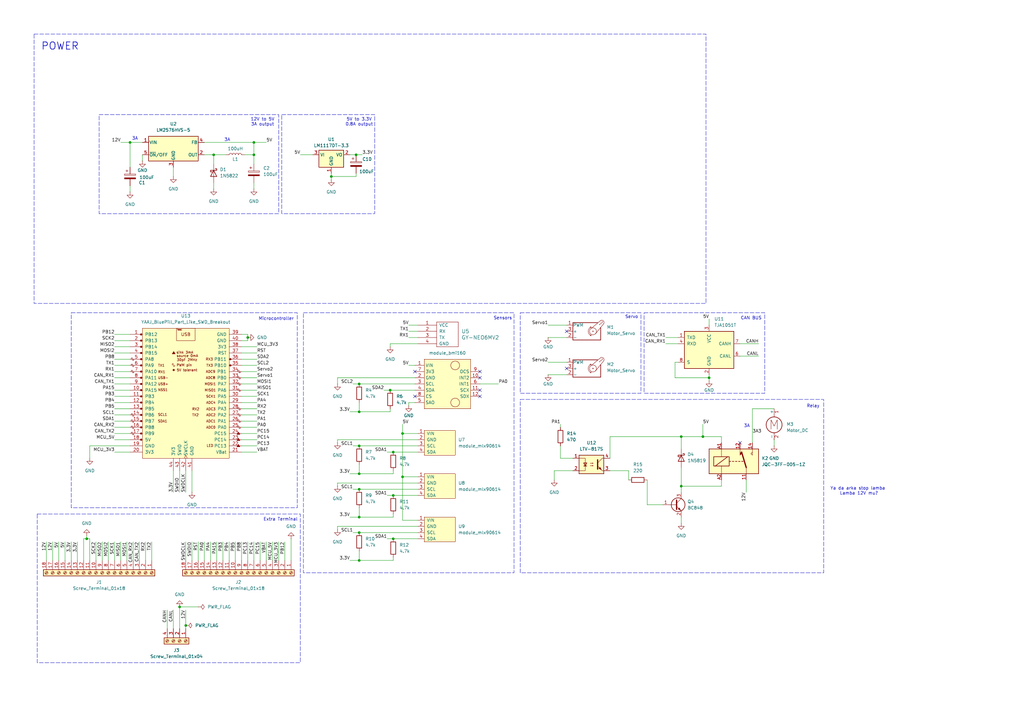
<source format=kicad_sch>
(kicad_sch (version 20250114) (generator "eeschema") (generator_version "9.0")
  (paper "A3")
  (lib_symbols
    (symbol "Adem:GY-NEO6MV2" (pin_names (offset 1.016))
      (property "Reference" "U" (at 0 -6.35 0))
      (property "Value" "GY-NEO6MV2" (at -3.81 6.35 0))
      (symbol "GY-NEO6MV2_1_1"
        (pin power_in line (at -12.7 3.81 0) (length 7.62) (name "VCC") (number "1"))
        (pin input line (at -12.7 1.27 0) (length 7.62) (name "RX") (number "2"))
        (pin output line (at -12.7 -1.27 0) (length 7.62) (name "TX") (number "3"))
        (pin power_in line (at -12.7 -3.81 0) (length 7.62) (name "GND") (number "4"))
      )
    )
    (symbol "Connector:Screw_Terminal_01x04" (pin_names (offset 1.016) (hide yes))
      (property "Reference" "J" (at 0 5.08 0))
      (property "Value" "Screw_Terminal_01x04" (at 0 -7.62 0))
      (symbol "Screw_Terminal_01x04_1_1"
        (pin passive line (at -5.08 2.54 0) (length 3.81) (name "Pin_1") (number "1"))
        (pin passive line (at -5.08 0 0) (length 3.81) (name "Pin_2") (number "2"))
        (pin passive line (at -5.08 -2.54 0) (length 3.81) (name "Pin_3") (number "3"))
        (pin passive line (at -5.08 -5.08 0) (length 3.81) (name "Pin_4") (number "4"))
      )
    )
    (symbol "Connector:Screw_Terminal_01x18" (pin_names (offset 1.016) (hide yes))
      (property "Reference" "J" (at 0 22.86 0))
      (property "Value" "Screw_Terminal_01x18" (at 0 -25.4 0))
      (symbol "Screw_Terminal_01x18_1_1"
        (pin passive line (at -5.08 20.32 0) (length 3.81) (name "Pin_1") (number "1"))
        (pin passive line (at -5.08 17.78 0) (length 3.81) (name "Pin_2") (number "2"))
        (pin passive line (at -5.08 15.24 0) (length 3.81) (name "Pin_3") (number "3"))
        (pin passive line (at -5.08 12.7 0) (length 3.81) (name "Pin_4") (number "4"))
        (pin passive line (at -5.08 10.16 0) (length 3.81) (name "Pin_5") (number "5"))
        (pin passive line (at -5.08 7.62 0) (length 3.81) (name "Pin_6") (number "6"))
        (pin passive line (at -5.08 5.08 0) (length 3.81) (name "Pin_7") (number "7"))
        (pin passive line (at -5.08 2.54 0) (length 3.81) (name "Pin_8") (number "8"))
        (pin passive line (at -5.08 0 0) (length 3.81) (name "Pin_9") (number "9"))
        (pin passive line (at -5.08 -2.54 0) (length 3.81) (name "Pin_10") (number "10"))
        (pin passive line (at -5.08 -5.08 0) (length 3.81) (name "Pin_11") (number "11"))
        (pin passive line (at -5.08 -7.62 0) (length 3.81) (name "Pin_12") (number "12"))
        (pin passive line (at -5.08 -10.16 0) (length 3.81) (name "Pin_13") (number "13"))
        (pin passive line (at -5.08 -12.7 0) (length 3.81) (name "Pin_14") (number "14"))
        (pin passive line (at -5.08 -15.24 0) (length 3.81) (name "Pin_15") (number "15"))
        (pin passive line (at -5.08 -17.78 0) (length 3.81) (name "Pin_16") (number "16"))
        (pin passive line (at -5.08 -20.32 0) (length 3.81) (name "Pin_17") (number "17"))
        (pin passive line (at -5.08 -22.86 0) (length 3.81) (name "Pin_18") (number "18"))
      )
    )
    (symbol "Device:C_Polarized" (pin_numbers (hide yes)) (pin_names (offset 0.254))
      (property "Reference" "C" (at 0.635 2.54 0))
      (property "Value" "C_Polarized" (at 0.635 -2.54 0))
      (symbol "C_Polarized_1_1"
        (pin passive line (at 0 3.81 270) (length 2.794) (name "~") (number "1"))
        (pin passive line (at 0 -3.81 90) (length 2.794) (name "~") (number "2"))
      )
    )
    (symbol "Device:L" (pin_numbers (hide yes)) (pin_names (offset 1.016) (hide yes))
      (property "Reference" "L" (at -1.27 0 90))
      (property "Value" "L" (at 1.905 0 90))
      (symbol "L_1_1"
        (pin passive line (at 0 3.81 270) (length 1.27) (name "1") (number "1"))
        (pin passive line (at 0 -3.81 90) (length 1.27) (name "2") (number "2"))
      )
    )
    (symbol "Device:R" (pin_numbers (hide yes)) (pin_names (offset 0))
      (property "Reference" "R" (at 2.032 0 90))
      (property "Value" "R" (at 0 0 90))
      (symbol "R_1_1"
        (pin passive line (at 0 3.81 270) (length 1.27) (name "~") (number "1"))
        (pin passive line (at 0 -3.81 90) (length 1.27) (name "~") (number "2"))
      )
    )
    (symbol "Diode:1N5819" (pin_numbers (hide yes)) (pin_names (offset 1.016) (hide yes))
      (property "Reference" "D" (at 0 2.54 0))
      (property "Value" "1N5819" (at 0 -2.54 0))
      (symbol "1N5819_1_1"
        (pin passive line (at -3.81 0 0) (length 2.54) (name "K") (number "1"))
        (pin passive line (at 3.81 0 180) (length 2.54) (name "A") (number "2"))
      )
    )
    (symbol "Diode:1N5822" (pin_numbers (hide yes)) (pin_names (offset 1.016) (hide yes))
      (property "Reference" "D" (at 0 2.54 0))
      (property "Value" "1N5822" (at 0 -2.54 0))
      (symbol "1N5822_1_1"
        (pin passive line (at -3.81 0 0) (length 2.54) (name "K") (number "1"))
        (pin passive line (at 3.81 0 180) (length 2.54) (name "A") (number "2"))
      )
    )
    (symbol "Interface_CAN_LIN:TJA1051T" (pin_names (offset 1.016))
      (property "Reference" "U" (at -10.16 8.89 0))
      (property "Value" "TJA1051T" (at 1.27 8.89 0))
      (symbol "TJA1051T_1_1"
        (pin input line (at -12.7 5.08 0) (length 2.54) (name "TXD") (number "1"))
        (pin output line (at -12.7 2.54 0) (length 2.54) (name "RXD") (number "4"))
        (pin input line (at -12.7 -5.08 0) (length 2.54) (name "S") (number "8"))
        (pin no_connect line (at -10.16 -2.54 0) (length 2.54) (hide yes) (name "NC") (number "5"))
        (pin power_in line (at 0 10.16 270) (length 2.54) (name "VCC") (number "3"))
        (pin power_in line (at 0 -10.16 90) (length 2.54) (name "GND") (number "2"))
        (pin bidirectional line (at 12.7 2.54 180) (length 2.54) (name "CANH") (number "7"))
        (pin bidirectional line (at 12.7 -2.54 180) (length 2.54) (name "CANL") (number "6"))
      )
    )
    (symbol "Isolator:LTV-817S" (pin_names (offset 1.016))
      (property "Reference" "U" (at -3.81 5.08 0))
      (property "Value" "LTV-817S" (at 0 -5.08 0))
      (symbol "LTV-817S_1_1"
        (pin passive line (at -7.62 2.54 0) (length 2.54) (name "~") (number "1"))
        (pin passive line (at -7.62 -2.54 0) (length 2.54) (name "~") (number "2"))
        (pin passive line (at 7.62 2.54 180) (length 2.54) (name "~") (number "4"))
        (pin passive line (at 7.62 -2.54 180) (length 2.54) (name "~") (number "3"))
      )
    )
    (symbol "Motor:Motor_DC" (pin_names (offset 0))
      (property "Reference" "M" (at 2.54 2.54 0))
      (property "Value" "Motor_DC" (at 2.54 -5.08 0))
      (symbol "Motor_DC_1_1"
        (pin passive line (at 0 5.08 270) (length 2.54) (name "+") (number "1"))
        (pin passive line (at 0 -7.62 90) (length 2.54) (name "-") (number "2"))
      )
    )
    (symbol "Motor:Motor_Servo" (pin_names (offset 0.0254))
      (property "Reference" "M" (at -5.08 4.445 0))
      (property "Value" "Motor_Servo" (at -5.08 -4.064 0))
      (symbol "Motor_Servo_1_1"
        (pin passive line (at -7.62 2.54 0) (length 2.54) (name "PWM") (number "1"))
        (pin passive line (at -7.62 0 0) (length 2.54) (name "+") (number "3"))
        (pin passive line (at -7.62 -2.54 0) (length 2.54) (name "-") (number "2"))
      )
    )
    (symbol "Motor_Servo_1" (pin_names (offset 0.0254))
      (property "Reference" "M" (at -5.08 4.445 0))
      (property "Value" "Motor_Servo" (at -5.08 -4.064 0))
      (symbol "Motor_Servo_1_1_1"
        (pin passive line (at -7.62 2.54 0) (length 2.54) (name "PWM") (number "1"))
        (pin passive line (at -7.62 0 0) (length 2.54) (name "+") (number "3"))
        (pin passive line (at -7.62 -2.54 0) (length 2.54) (name "-") (number "2"))
      )
    )
    (symbol "RacingSensors:module_bmi160"
      (property "Value" "module_bmi160" (at 2.032 10.414 0))
      (symbol "module_bmi160_1_1"
        (pin passive line (at -11.43 6.35 0) (length 3.81) (name "VIN") (number "1"))
        (pin passive line (at -11.43 3.81 0) (length 3.81) (name "3V3") (number "7"))
        (pin passive line (at -11.43 1.27 0) (length 3.81) (name "GND") (number "2"))
        (pin passive line (at -11.43 -1.27 0) (length 3.81) (name "SCL") (number "3"))
        (pin passive line (at -11.43 -3.81 0) (length 3.81) (name "SDA") (number "4"))
        (pin passive line (at -11.43 -6.35 0) (length 3.81) (name "CS") (number "8"))
        (pin passive line (at -11.43 -8.89 0) (length 3.81) (name "SAO") (number "5"))
        (pin passive line (at 15.24 3.81 180) (length 3.81) (name "OCS") (number "9"))
        (pin passive line (at 15.24 1.27 180) (length 3.81) (name "INT2") (number "10"))
        (pin passive line (at 15.24 -1.27 180) (length 3.81) (name "INT1") (number "6"))
        (pin passive line (at 15.24 -3.81 180) (length 3.81) (name "SCX") (number "11"))
        (pin passive line (at 15.24 -6.35 180) (length 3.81) (name "SDX") (number "12"))
      )
    )
    (symbol "RacingSensors:module_mlx90614" (pin_names (offset 1.016))
      (property "Reference" "U" (at 2.54 11.43 0))
      (property "Value" "module_mlx90614" (at 8.89 -1.27 0))
      (symbol "module_mlx90614_1_1"
        (pin input line (at 0 8.89 0) (length 2.54) (name "VIN") (number "1"))
        (pin input line (at 0 6.35 0) (length 2.54) (name "GND") (number "2"))
        (pin input line (at 0 3.81 0) (length 2.54) (name "SCL") (number "3"))
        (pin input line (at 0 1.27 0) (length 2.54) (name "SDA") (number "4"))
      )
    )
    (symbol "Regulator_Linear:LM1117DT-3.3"
      (property "Reference" "U" (at -3.81 3.175 0))
      (property "Value" "LM1117DT-3.3" (at 0 3.175 0))
      (symbol "LM1117DT-3.3_1_1"
        (pin power_in line (at -7.62 0 0) (length 2.54) (name "VI") (number "3"))
        (pin power_in line (at 0 -7.62 90) (length 2.54) (name "GND") (number "1"))
        (pin power_out line (at 7.62 0 180) (length 2.54) (name "VO") (number "2"))
      )
    )
    (symbol "Regulator_Switching:LM2576HVS-5" (pin_names (offset 0.254))
      (property "Reference" "U" (at -10.16 6.35 0))
      (property "Value" "LM2576HVS-5" (at 0 6.35 0))
      (symbol "LM2576HVS-5_1_1"
        (pin power_in line (at -12.7 2.54 0) (length 2.54) (name "VIN") (number "1"))
        (pin input line (at -12.7 -2.54 0) (length 2.54) (name "~{ON}/OFF") (number "5"))
        (pin power_in line (at 0 -7.62 90) (length 2.54) (name "GND") (number "3"))
        (pin input line (at 12.7 2.54 180) (length 2.54) (name "FB") (number "4"))
        (pin output line (at 12.7 -2.54 180) (length 2.54) (name "OUT") (number "2"))
      )
    )
    (symbol "Relay:JQC-3FF-005-1Z"
      (property "Reference" "K" (at 11.43 3.81 0))
      (property "Value" "JQC-3FF-005-1Z" (at 11.43 1.27 0))
      (symbol "JQC-3FF-005-1Z_1_1"
        (pin passive line (at -5.08 7.62 270) (length 2.54) (name "~") (number "A1"))
        (pin passive line (at -5.08 -7.62 90) (length 2.54) (name "~") (number "A2"))
        (pin passive line (at 2.54 7.62 270) (length 2.54) (name "~") (number "12"))
        (pin passive line (at 5.08 -7.62 90) (length 2.54) (name "~") (number "11"))
        (pin passive line (at 7.62 7.62 270) (length 2.54) (name "~") (number "14"))
      )
    )
    (symbol "Transistor_BJT:BC848" (pin_names (offset 0) (hide yes))
      (property "Reference" "Q" (at 5.08 1.905 0))
      (property "Value" "BC848" (at 5.08 0 0))
      (symbol "BC848_1_1"
        (pin input line (at -5.08 0 0) (length 2.54) (name "B") (number "1"))
        (pin passive line (at 2.54 5.08 270) (length 2.54) (name "C") (number "3"))
        (pin passive line (at 2.54 -5.08 90) (length 2.54) (name "E") (number "2"))
      )
    )
    (symbol "YAAJ_BluePill_Part_Like_SWD_Breakout:YAAJ_BluePill_Part_Like_SWD_Breakout" (pin_names (offset 1.016))
      (property "Reference" "U" (at -15.24 27.94 0))
      (property "Value" "YAAJ_BluePill_Part_Like_SWD_Breakout" (at 20.32 27.94 0))
      (symbol "YAAJ_BluePill_Part_Like_SWD_Breakout_0_0"
        (text "TX1" (at -10.033 10.16 0) (effects (font (size 0.9906 0.9906))))
        (text "RX1" (at -9.906 7.493 0) (effects (font (size 0.9906 0.9906))))
        (text "SCL1" (at -9.525 -10.033 0) (effects (font (size 0.9906 0.9906))))
        (text "SDA1" (at -9.525 -12.7 0) (effects (font (size 0.9906 0.9906))))
        (text "NSS1" (at -9.398 0.127 0) (effects (font (size 0.9906 0.9906))))
        (text "USB-" (at -9.271 5.08 0) (effects (font (size 0.9906 0.9906))))
        (text "USB+" (at -9.271 2.54 0) (effects (font (size 0.9906 0.9906))))
        (text "Y@@J" (at -2.5654 24.8412 0) (effects (font (size 0.508 0.508))))
        (text "PWM pin" (at -0.635 10.287 0) (effects (font (size 0.9906 0.9906))))
        (text "sink 3mA" (at -0.381 15.494 0) (effects (font (size 0.9906 0.9906))))
        (text "USB" (at 0 22.86 0) (effects (font (size 1.27 1.27))))
        (text "30pF 2MHz" (at 0.508 12.446 0) (effects (font (size 0.9906 0.9906))))
        (text "5V tolerant" (at 0.508 8.255 0) (effects (font (size 0.9906 0.9906))))
        (text "source 0mA" (at 0.635 14.097 0) (effects (font (size 0.9906 0.9906))))
        (text "TX2" (at 3.937 -10.16 0) (effects (font (size 0.9906 0.9906))))
        (text "RX2" (at 4.064 -7.747 0) (effects (font (size 0.9906 0.9906))))
        (text "RX3" (at 9.652 12.7 0) (effects (font (size 0.9906 0.9906))))
        (text "TX3" (at 9.779 10.16 0) (effects (font (size 0.9906 0.9906))))
        (text "LED" (at 9.906 -22.733 0) (effects (font (size 0.9906 0.9906))))
        (text "MOSI1" (at 10.033 2.54 0) (effects (font (size 0.9906 0.9906))))
        (text "MISO1" (at 10.033 0 0) (effects (font (size 0.9906 0.9906))))
        (text "ADC9" (at 10.16 7.62 0) (effects (font (size 0.9906 0.9906))))
        (text "ADC8" (at 10.16 5.08 0) (effects (font (size 0.9906 0.9906))))
        (text "SCK1" (at 10.287 -2.54 0) (effects (font (size 0.9906 0.9906))))
        (text "ADC4" (at 10.287 -5.08 0) (effects (font (size 0.9906 0.9906))))
        (text "ADC3" (at 10.287 -7.747 0) (effects (font (size 0.9906 0.9906))))
        (text "ADC2" (at 10.287 -10.16 0) (effects (font (size 0.9906 0.9906))))
        (text "ADC1" (at 10.287 -12.7 0) (effects (font (size 0.9906 0.9906))))
        (text "ADC0" (at 10.287 -15.24 0) (effects (font (size 0.9906 0.9906))))
      )
      (symbol "YAAJ_BluePill_Part_Like_SWD_Breakout_1_1"
        (pin bidirectional line (at -22.86 22.86 0) (length 5.08) (name "PB12") (number "1"))
        (pin bidirectional line (at -22.86 20.32 0) (length 5.08) (name "PB13") (number "2"))
        (pin bidirectional line (at -22.86 17.78 0) (length 5.08) (name "PB14") (number "3"))
        (pin bidirectional line (at -22.86 15.24 0) (length 5.08) (name "PB15") (number "4"))
        (pin bidirectional line (at -22.86 12.7 0) (length 5.08) (name "PA8") (number "5"))
        (pin bidirectional line (at -22.86 10.16 0) (length 5.08) (name "PA9") (number "6"))
        (pin bidirectional line (at -22.86 7.62 0) (length 5.08) (name "PA10") (number "7"))
        (pin bidirectional line (at -22.86 5.08 0) (length 5.08) (name "PA11") (number "8"))
        (pin bidirectional line (at -22.86 2.54 0) (length 5.08) (name "PA12") (number "9"))
        (pin bidirectional line (at -22.86 0 0) (length 5.08) (name "PA15") (number "10"))
        (pin bidirectional line (at -22.86 -2.54 0) (length 5.08) (name "PB3") (number "11"))
        (pin bidirectional line (at -22.86 -5.08 0) (length 5.08) (name "PB4") (number "12"))
        (pin bidirectional line (at -22.86 -7.62 0) (length 5.08) (name "PB5") (number "13"))
        (pin bidirectional line (at -22.86 -10.16 0) (length 5.08) (name "PB6") (number "14"))
        (pin bidirectional line (at -22.86 -12.7 0) (length 5.08) (name "PB7") (number "15"))
        (pin bidirectional line (at -22.86 -15.24 0) (length 5.08) (name "PB8") (number "16"))
        (pin bidirectional line (at -22.86 -17.78 0) (length 5.08) (name "PB9") (number "17"))
        (pin power_in line (at -22.86 -20.32 0) (length 5.08) (name "5V") (number "18"))
        (pin power_in line (at -22.86 -22.86 0) (length 5.08) (name "GND") (number "19"))
        (pin power_in line (at -22.86 -25.4 0) (length 5.08) (name "3V3") (number "20"))
        (pin power_in line (at -5.08 -33.02 90) (length 5.08) (name "3V3") (number "44"))
        (pin bidirectional line (at -2.54 -33.02 90) (length 5.08) (name "SWIO") (number "43"))
        (pin bidirectional clock (at 0 -33.02 90) (length 5.08) (name "SWCLK") (number "42"))
        (pin power_in line (at 2.54 -33.02 90) (length 5.08) (name "GND") (number "41"))
        (pin power_in line (at 22.86 22.86 180) (length 5.08) (name "GND") (number "39"))
        (pin power_in line (at 22.86 20.32 180) (length 5.08) (name "GND") (number "40"))
        (pin power_in line (at 22.86 17.78 180) (length 5.08) (name "3V3") (number "38"))
        (pin input line (at 22.86 15.24 180) (length 5.08) (name "RST") (number "37"))
        (pin bidirectional line (at 22.86 12.7 180) (length 5.08) (name "PB11") (number "36"))
        (pin bidirectional line (at 22.86 10.16 180) (length 5.08) (name "PB10") (number "35"))
        (pin bidirectional line (at 22.86 7.62 180) (length 5.08) (name "PB1") (number "34"))
        (pin bidirectional line (at 22.86 5.08 180) (length 5.08) (name "PB0") (number "33"))
        (pin bidirectional line (at 22.86 2.54 180) (length 5.08) (name "PA7") (number "32"))
        (pin bidirectional line (at 22.86 0 180) (length 5.08) (name "PA6") (number "31"))
        (pin bidirectional line (at 22.86 -2.54 180) (length 5.08) (name "PA5") (number "30"))
        (pin bidirectional line (at 22.86 -5.08 180) (length 5.08) (name "PA4") (number "29"))
        (pin bidirectional line (at 22.86 -7.62 180) (length 5.08) (name "PA3") (number "28"))
        (pin bidirectional line (at 22.86 -10.16 180) (length 5.08) (name "PA2") (number "27"))
        (pin bidirectional line (at 22.86 -12.7 180) (length 5.08) (name "PA1") (number "26"))
        (pin bidirectional line (at 22.86 -15.24 180) (length 5.08) (name "PA0") (number "25"))
        (pin bidirectional line (at 22.86 -17.78 180) (length 5.08) (name "PC15") (number "24"))
        (pin bidirectional line (at 22.86 -20.32 180) (length 5.08) (name "PC14") (number "23"))
        (pin bidirectional line (at 22.86 -22.86 180) (length 5.08) (name "PC13") (number "22"))
        (pin power_in line (at 22.86 -25.4 180) (length 5.08) (name "VBat") (number "21"))
      )
    )
    (symbol "power:GND" (power) (pin_numbers (hide yes)) (pin_names (offset 0) (hide yes))
      (property "Value" "GND" (at 0 -3.81 0))
      (symbol "GND_1_1"
        (pin power_in line (at 0 0 270) (length 0) (name "~") (number "1"))
      )
    )
    (symbol "power:PWR_FLAG" (power) (pin_numbers (hide yes)) (pin_names (offset 0) (hide yes))
      (property "Value" "PWR_FLAG" (at 0 3.81 0))
      (symbol "PWR_FLAG_0_0"
        (pin power_out line (at 0 0 90) (length 0) (name "~") (number "1"))
      )
    )
  )
  (rectangle (start 213.36 163.83) (end 337.82 234.95) (stroke (width 0) (type dash)))
  (rectangle (start 115.57 46.99) (end 153.67 87.63) (stroke (width 0) (type dash)))
  (rectangle (start 15.24 210.82) (end 123.19 271.78) (stroke (width 0) (type dash)))
  (rectangle (start 40.64 46.99) (end 114.3 87.63) (stroke (width 0) (type dash)))
  (rectangle (start 29.21 128.27) (end 121.92 208.28) (stroke (width 0) (type dash)))
  (rectangle (start 13.97 13.97) (end 289.56 124.46) (stroke (width 0) (type dash)))
  (rectangle (start 213.36 128.27) (end 262.89 161.29) (stroke (width 0) (type dash)))
  (rectangle (start 124.46 128.27) (end 210.82 234.95) (stroke (width 0) (type dash)))
  (rectangle (start 264.16 128.27) (end 313.69 161.29) (stroke (width 0) (type dash)))
  (text "3A\n" (at 93.218 57.404 0) (effects (font (size 1.27 1.27))))
  (text "3A\n" (at 306.324 174.752 0) (effects (font (size 1.27 1.27))))
  (text "3A\n" (at 55.372 56.896 0) (effects (font (size 1.27 1.27))))
  (text "Sensors" (at 206.248 130.556 0) (effects (font (size 1.27 1.27))))
  (text "5V to 3.3V\n0.8A output" (at 147.32 50.038 0) (effects (font (size 1.27 1.27))))
  (text "POWER" (at 24.638 19.05 0) (effects (font (size 3 3) (thickness 0.254) (bold yes))))
  (text "Ya da arka stop lamba \nLamba 12V mu?\n" (at 352.298 201.422 0) (effects (font (size 1.27 1.27))))
  (text "Servo" (at 259.08 130.048 0) (effects (font (size 1.27 1.27))))
  (text "Relay\n" (at 333.502 166.624 0) (effects (font (size 1.27 1.27))))
  (text "CAN BUS\n" (at 308.102 130.556 0) (effects (font (size 1.27 1.27))))
  (text "Extra Terminal" (at 115.062 213.106 0) (effects (font (size 1.27 1.27))))
  (text "12V to 5V\n3A output" (at 107.696 50.038 0) (effects (font (size 1.27 1.27))))
  (text "Microcontroller" (at 113.284 130.81 0) (effects (font (size 1.27 1.27))))
  (junction (at 76.2 256.54))
  (junction (at 147.32 218.44))
  (junction (at 104.14 58.42))
  (junction (at 35.56 220.98))
  (junction (at 161.29 203.2))
  (junction (at 147.32 157.48))
  (junction (at 147.32 168.91))
  (junction (at 165.1 177.8))
  (junction (at 161.29 185.42))
  (junction (at 53.34 58.42))
  (junction (at 101.6 138.43))
  (junction (at 73.66 248.92))
  (junction (at 146.05 63.5))
  (junction (at 279.4 199.39))
  (junction (at 87.63 63.5))
  (junction (at 290.83 154.94))
  (junction (at 165.1 195.58))
  (junction (at 147.32 194.31))
  (junction (at 147.32 200.66))
  (junction (at 147.32 212.09))
  (junction (at 147.32 182.88))
  (junction (at 160.02 160.02))
  (junction (at 104.14 63.5))
  (junction (at 161.29 220.98))
  (junction (at 147.32 229.87))
  (junction (at 135.89 72.39))
  (junction (at 279.4 179.07))
  (junction (at 288.29 179.07))
  (no_connect (at 196.85 160.02))
  (no_connect (at 232.41 151.13))
  (no_connect (at 170.18 162.56))
  (no_connect (at 196.85 152.4))
  (no_connect (at 196.85 162.56))
  (no_connect (at 303.53 181.61))
  (no_connect (at 232.41 135.89))
  (no_connect (at 170.18 152.4))
  (no_connect (at 196.85 154.94))
  (wire (pts (xy 87.63 67.31) (xy 87.63 63.5)))
  (wire (pts (xy 46.99 154.94) (xy 53.34 154.94)))
  (wire (pts (xy 46.99 162.56) (xy 53.34 162.56)))
  (wire (pts (xy 46.99 157.48) (xy 53.34 157.48)))
  (wire (pts (xy 147.32 200.66) (xy 171.45 200.66)))
  (wire (pts (xy 44.45 222.25) (xy 44.45 229.87)))
  (wire (pts (xy 57.15 222.25) (xy 57.15 229.87)))
  (wire (pts (xy 62.23 222.25) (xy 62.23 229.87)))
  (wire (pts (xy 119.38 220.98) (xy 119.38 229.87)))
  (wire (pts (xy 171.45 180.34) (xy 138.43 180.34)))
  (wire (pts (xy 46.99 172.72) (xy 53.34 172.72)))
  (wire (pts (xy 161.29 194.31) (xy 161.29 193.04)))
  (wire (pts (xy 99.06 177.8) (xy 105.41 177.8)))
  (wire (pts (xy 167.64 135.89) (xy 171.45 135.89)))
  (wire (pts (xy 73.66 248.92) (xy 73.66 257.81)))
  (wire (pts (xy 138.43 199.39) (xy 138.43 198.12)))
  (wire (pts (xy 279.4 184.15) (xy 279.4 179.07)))
  (wire (pts (xy 135.89 72.39) (xy 135.89 73.66)))
  (wire (pts (xy 161.29 212.09) (xy 161.29 210.82)))
  (wire (pts (xy 224.79 148.59) (xy 232.41 148.59)))
  (wire (pts (xy 167.64 165.1) (xy 167.64 166.37)))
  (wire (pts (xy 306.07 196.85) (xy 306.07 201.93)))
  (wire (pts (xy 290.83 154.94) (xy 290.83 156.21)))
  (wire (pts (xy 146.05 63.5) (xy 148.59 63.5)))
  (wire (pts (xy 81.28 248.92) (xy 73.66 248.92)))
  (wire (pts (xy 99.06 147.32) (xy 105.41 147.32)))
  (wire (pts (xy 147.32 212.09) (xy 161.29 212.09)))
  (wire (pts (xy 31.75 222.25) (xy 31.75 229.87)))
  (wire (pts (xy 227.33 193.04) (xy 227.33 196.85)))
  (wire (pts (xy 295.91 179.07) (xy 295.91 181.61)))
  (wire (pts (xy 250.19 179.07) (xy 279.4 179.07)))
  (wire (pts (xy 73.66 193.04) (xy 73.66 201.93)))
  (wire (pts (xy 104.14 74.93) (xy 104.14 77.47)))
  (wire (pts (xy 290.83 130.81) (xy 290.83 133.35)))
  (wire (pts (xy 39.37 222.25) (xy 39.37 229.87)))
  (wire (pts (xy 99.06 142.24) (xy 105.41 142.24)))
  (wire (pts (xy 161.29 203.2) (xy 171.45 203.2)))
  (wire (pts (xy 26.67 222.25) (xy 26.67 229.87)))
  (wire (pts (xy 276.86 154.94) (xy 290.83 154.94)))
  (wire (pts (xy 123.19 63.5) (xy 128.27 63.5)))
  (wire (pts (xy 147.32 229.87) (xy 161.29 229.87)))
  (wire (pts (xy 279.4 199.39) (xy 279.4 201.93)))
  (wire (pts (xy 104.14 63.5) (xy 104.14 67.31)))
  (wire (pts (xy 99.06 160.02) (xy 105.41 160.02)))
  (wire (pts (xy 138.43 154.94) (xy 138.43 157.48)))
  (wire (pts (xy 99.06 182.88) (xy 105.41 182.88)))
  (wire (pts (xy 229.87 182.88) (xy 229.87 187.96)))
  (wire (pts (xy 46.99 137.16) (xy 53.34 137.16)))
  (wire (pts (xy 278.13 148.59) (xy 276.86 148.59)))
  (wire (pts (xy 76.2 256.54) (xy 76.2 257.81)))
  (wire (pts (xy 58.42 63.5) (xy 58.42 66.04)))
  (wire (pts (xy 158.75 185.42) (xy 161.29 185.42)))
  (wire (pts (xy 24.13 222.25) (xy 24.13 229.87)))
  (wire (pts (xy 147.32 190.5) (xy 147.32 194.31)))
  (wire (pts (xy 99.06 172.72) (xy 105.41 172.72)))
  (wire (pts (xy 158.75 203.2) (xy 161.29 203.2)))
  (wire (pts (xy 161.29 229.87) (xy 161.29 228.6)))
  (wire (pts (xy 303.53 140.97) (xy 311.15 140.97)))
  (wire (pts (xy 46.99 175.26) (xy 53.34 175.26)))
  (wire (pts (xy 101.6 139.7) (xy 99.06 139.7)))
  (wire (pts (xy 54.61 222.25) (xy 54.61 229.87)))
  (wire (pts (xy 53.34 58.42) (xy 58.42 58.42)))
  (wire (pts (xy 87.63 74.93) (xy 87.63 77.47)))
  (wire (pts (xy 224.79 138.43) (xy 232.41 138.43)))
  (wire (pts (xy 87.63 63.5) (xy 83.82 63.5)))
  (wire (pts (xy 46.99 139.7) (xy 53.34 139.7)))
  (wire (pts (xy 143.51 229.87) (xy 147.32 229.87)))
  (wire (pts (xy 99.06 137.16) (xy 101.6 137.16)))
  (wire (pts (xy 71.12 193.04) (xy 71.12 201.93)))
  (wire (pts (xy 99.06 167.64) (xy 105.41 167.64)))
  (wire (pts (xy 147.32 194.31) (xy 161.29 194.31)))
  (wire (pts (xy 167.64 133.35) (xy 171.45 133.35)))
  (wire (pts (xy 165.1 195.58) (xy 165.1 177.8)))
  (wire (pts (xy 78.74 222.25) (xy 78.74 229.87)))
  (wire (pts (xy 167.64 138.43) (xy 171.45 138.43)))
  (wire (pts (xy 46.99 149.86) (xy 53.34 149.86)))
  (wire (pts (xy 83.82 58.42) (xy 104.14 58.42)))
  (wire (pts (xy 46.99 170.18) (xy 53.34 170.18)))
  (wire (pts (xy 99.06 157.48) (xy 105.41 157.48)))
  (wire (pts (xy 76.2 193.04) (xy 76.2 201.93)))
  (wire (pts (xy 257.81 193.04) (xy 257.81 196.85)))
  (wire (pts (xy 87.63 63.5) (xy 92.71 63.5)))
  (wire (pts (xy 49.53 222.25) (xy 49.53 229.87)))
  (wire (pts (xy 99.06 162.56) (xy 105.41 162.56)))
  (wire (pts (xy 143.51 212.09) (xy 147.32 212.09)))
  (wire (pts (xy 46.99 222.25) (xy 46.99 229.87)))
  (wire (pts (xy 35.56 220.98) (xy 35.56 219.71)))
  (wire (pts (xy 229.87 173.99) (xy 229.87 175.26)))
  (wire (pts (xy 265.43 196.85) (xy 265.43 207.01)))
  (wire (pts (xy 52.07 222.25) (xy 52.07 229.87)))
  (wire (pts (xy 279.4 199.39) (xy 295.91 199.39)))
  (wire (pts (xy 101.6 137.16) (xy 101.6 138.43)))
  (wire (pts (xy 46.99 180.34) (xy 53.34 180.34)))
  (wire (pts (xy 138.43 215.9) (xy 138.43 217.17)))
  (wire (pts (xy 81.28 222.25) (xy 81.28 229.87)))
  (wire (pts (xy 99.06 154.94) (xy 105.41 154.94)))
  (wire (pts (xy 147.32 157.48) (xy 170.18 157.48)))
  (wire (pts (xy 109.22 222.25) (xy 109.22 229.87)))
  (wire (pts (xy 114.3 222.25) (xy 114.3 229.87)))
  (wire (pts (xy 224.79 153.67) (xy 232.41 153.67)))
  (wire (pts (xy 19.05 222.25) (xy 19.05 229.87)))
  (wire (pts (xy 273.05 140.97) (xy 278.13 140.97)))
  (wire (pts (xy 147.32 208.28) (xy 147.32 212.09)))
  (wire (pts (xy 160.02 160.02) (xy 170.18 160.02)))
  (wire (pts (xy 46.99 142.24) (xy 53.34 142.24)))
  (wire (pts (xy 46.99 185.42) (xy 53.34 185.42)))
  (wire (pts (xy 250.19 193.04) (xy 257.81 193.04)))
  (wire (pts (xy 36.83 220.98) (xy 36.83 229.87)))
  (wire (pts (xy 99.06 222.25) (xy 99.06 229.87)))
  (wire (pts (xy 53.34 68.58) (xy 53.34 58.42)))
  (wire (pts (xy 104.14 58.42) (xy 104.14 63.5)))
  (wire (pts (xy 111.76 222.25) (xy 111.76 229.87)))
  (wire (pts (xy 143.51 194.31) (xy 147.32 194.31)))
  (wire (pts (xy 104.14 58.42) (xy 109.22 58.42)))
  (wire (pts (xy 279.4 179.07) (xy 288.29 179.07)))
  (wire (pts (xy 116.84 222.25) (xy 116.84 229.87)))
  (wire (pts (xy 144.78 200.66) (xy 147.32 200.66)))
  (wire (pts (xy 288.29 179.07) (xy 295.91 179.07)))
  (wire (pts (xy 106.68 222.25) (xy 106.68 229.87)))
  (wire (pts (xy 147.32 168.91) (xy 160.02 168.91)))
  (wire (pts (xy 167.64 165.1) (xy 170.18 165.1)))
  (wire (pts (xy 135.89 71.12) (xy 135.89 72.39)))
  (wire (pts (xy 46.99 147.32) (xy 53.34 147.32)))
  (wire (pts (xy 143.51 63.5) (xy 146.05 63.5)))
  (wire (pts (xy 171.45 140.97) (xy 160.02 140.97)))
  (wire (pts (xy 46.99 165.1) (xy 53.34 165.1)))
  (wire (pts (xy 105.41 185.42) (xy 99.06 185.42)))
  (wire (pts (xy 91.44 222.25) (xy 91.44 229.87)))
  (wire (pts (xy 99.06 144.78) (xy 105.41 144.78)))
  (wire (pts (xy 86.36 222.25) (xy 86.36 229.87)))
  (wire (pts (xy 143.51 168.91) (xy 147.32 168.91)))
  (wire (pts (xy 276.86 148.59) (xy 276.86 154.94)))
  (wire (pts (xy 303.53 146.05) (xy 311.15 146.05)))
  (wire (pts (xy 96.52 222.25) (xy 96.52 229.87)))
  (wire (pts (xy 49.53 58.42) (xy 53.34 58.42)))
  (wire (pts (xy 46.99 144.78) (xy 53.34 144.78)))
  (wire (pts (xy 71.12 250.19) (xy 71.12 257.81)))
  (wire (pts (xy 99.06 149.86) (xy 105.41 149.86)))
  (wire (pts (xy 295.91 196.85) (xy 295.91 199.39)))
  (wire (pts (xy 229.87 187.96) (xy 234.95 187.96)))
  (wire (pts (xy 290.83 153.67) (xy 290.83 154.94)))
  (wire (pts (xy 101.6 222.25) (xy 101.6 229.87)))
  (wire (pts (xy 171.45 195.58) (xy 165.1 195.58)))
  (wire (pts (xy 167.64 149.86) (xy 170.18 149.86)))
  (wire (pts (xy 34.29 220.98) (xy 35.56 220.98)))
  (wire (pts (xy 99.06 170.18) (xy 105.41 170.18)))
  (wire (pts (xy 171.45 213.36) (xy 165.1 213.36)))
  (wire (pts (xy 279.4 191.77) (xy 279.4 199.39)))
  (wire (pts (xy 93.98 222.25) (xy 93.98 229.87)))
  (wire (pts (xy 157.48 160.02) (xy 160.02 160.02)))
  (wire (pts (xy 41.91 222.25) (xy 41.91 229.87)))
  (wire (pts (xy 53.34 78.74) (xy 53.34 76.2)))
  (wire (pts (xy 288.29 173.99) (xy 288.29 179.07)))
  (wire (pts (xy 99.06 180.34) (xy 105.41 180.34)))
  (wire (pts (xy 224.79 133.35) (xy 232.41 133.35)))
  (wire (pts (xy 21.59 222.25) (xy 21.59 229.87)))
  (wire (pts (xy 101.6 138.43) (xy 101.6 139.7)))
  (wire (pts (xy 83.82 222.25) (xy 83.82 229.87)))
  (wire (pts (xy 147.32 226.06) (xy 147.32 229.87)))
  (wire (pts (xy 161.29 185.42) (xy 171.45 185.42)))
  (wire (pts (xy 250.19 187.96) (xy 250.19 179.07)))
  (wire (pts (xy 99.06 152.4) (xy 105.41 152.4)))
  (wire (pts (xy 53.34 182.88) (xy 36.83 182.88)))
  (wire (pts (xy 144.78 182.88) (xy 147.32 182.88)))
  (wire (pts (xy 68.58 250.19) (xy 68.58 257.81)))
  (wire (pts (xy 165.1 173.99) (xy 165.1 177.8)))
  (wire (pts (xy 36.83 220.98) (xy 35.56 220.98)))
  (wire (pts (xy 317.5 182.88) (xy 317.5 180.34)))
  (wire (pts (xy 165.1 213.36) (xy 165.1 195.58)))
  (wire (pts (xy 279.4 212.09) (xy 279.4 214.63)))
  (wire (pts (xy 144.78 218.44) (xy 147.32 218.44)))
  (wire (pts (xy 46.99 160.02) (xy 53.34 160.02)))
  (wire (pts (xy 308.61 167.64) (xy 308.61 181.61)))
  (wire (pts (xy 36.83 182.88) (xy 36.83 187.96)))
  (wire (pts (xy 138.43 198.12) (xy 171.45 198.12)))
  (wire (pts (xy 138.43 180.34) (xy 138.43 181.61)))
  (wire (pts (xy 46.99 177.8) (xy 53.34 177.8)))
  (wire (pts (xy 100.33 63.5) (xy 104.14 63.5)))
  (wire (pts (xy 29.21 222.25) (xy 29.21 229.87)))
  (wire (pts (xy 99.06 175.26) (xy 105.41 175.26)))
  (wire (pts (xy 160.02 140.97) (xy 160.02 142.24)))
  (wire (pts (xy 135.89 72.39) (xy 146.05 72.39)))
  (wire (pts (xy 104.14 222.25) (xy 104.14 229.87)))
  (wire (pts (xy 76.2 222.25) (xy 76.2 229.87)))
  (wire (pts (xy 171.45 215.9) (xy 138.43 215.9)))
  (wire (pts (xy 147.32 165.1) (xy 147.32 168.91)))
  (wire (pts (xy 46.99 152.4) (xy 53.34 152.4)))
  (wire (pts (xy 158.75 220.98) (xy 161.29 220.98)))
  (wire (pts (xy 147.32 182.88) (xy 171.45 182.88)))
  (wire (pts (xy 76.2 250.19) (xy 76.2 256.54)))
  (wire (pts (xy 170.18 154.94) (xy 138.43 154.94)))
  (wire (pts (xy 234.95 193.04) (xy 227.33 193.04)))
  (wire (pts (xy 46.99 167.64) (xy 53.34 167.64)))
  (wire (pts (xy 147.32 218.44) (xy 171.45 218.44)))
  (wire (pts (xy 273.05 138.43) (xy 278.13 138.43)))
  (wire (pts (xy 71.12 68.58) (xy 71.12 72.39)))
  (wire (pts (xy 59.69 222.25) (xy 59.69 229.87)))
  (wire (pts (xy 317.5 167.64) (xy 308.61 167.64)))
  (wire (pts (xy 99.06 165.1) (xy 105.41 165.1)))
  (wire (pts (xy 146.05 71.12) (xy 146.05 72.39)))
  (wire (pts (xy 34.29 220.98) (xy 34.29 229.87)))
  (wire (pts (xy 265.43 207.01) (xy 271.78 207.01)))
  (wire (pts (xy 204.47 157.48) (xy 196.85 157.48)))
  (wire (pts (xy 78.74 193.04) (xy 78.74 201.93)))
  (wire (pts (xy 88.9 222.25) (xy 88.9 229.87)))
  (wire (pts (xy 144.78 157.48) (xy 147.32 157.48)))
  (wire (pts (xy 160.02 168.91) (xy 160.02 167.64)))
  (wire (pts (xy 161.29 220.98) (xy 171.45 220.98)))
  (wire (pts (xy 165.1 177.8) (xy 171.45 177.8)))
  (label "CAN_TX1" (at 46.99 157.48 180))
  (label "PC13" (at 105.41 182.88 0))
  (label "SDA1" (at 158.75 220.98 180))
  (label "SDA1" (at 158.75 185.42 180))
  (label "5V" (at 123.19 63.5 180))
  (label "RST" (at 105.41 144.78 0))
  (label "PA0" (at 204.47 157.48 0))
  (label "SCL1" (at 144.78 182.88 180))
  (label "CAN_RX1" (at 273.05 140.97 180))
  (label "CANH" (at 68.58 250.19 270))
  (label "PA1" (at 105.41 172.72 0))
  (label "Servo1" (at 224.79 133.35 180))
  (label "MCU_3V3" (at 46.99 185.42 180))
  (label "3.3V" (at 31.75 222.25 270))
  (label "PB8" (at 46.99 147.32 180))
  (label "PC15" (at 105.41 177.8 0))
  (label "CAN_TX1" (at 273.05 138.43 180))
  (label "TX1" (at 167.64 135.89 180))
  (label "5V" (at 167.64 149.86 180))
  (label "MCU_5V" (at 111.76 222.25 270))
  (label "PB4" (at 93.98 222.25 270))
  (label "5V" (at 288.29 173.99 0))
  (label "PA15" (at 88.9 222.25 270))
  (label "RX1" (at 46.99 152.4 180))
  (label "PA1" (at 229.87 173.99 180))
  (label "PB12" (at 46.99 137.16 180))
  (label "PC14" (at 105.41 180.34 0))
  (label "PA4" (at 105.41 165.1 0))
  (label "PC14" (at 104.14 222.25 270))
  (label "12V" (at 76.2 250.19 270))
  (label "CAN_RX2" (at 46.99 175.26 180))
  (label "5V" (at 290.83 130.81 180))
  (label "SCL1" (at 144.78 218.44 180))
  (label "CAN_TX2" (at 46.99 177.8 180))
  (label "PB3" (at 46.99 162.56 180))
  (label "PB4" (at 46.99 165.1 180))
  (label "SDA1" (at 158.75 203.2 180))
  (label "12V" (at 306.07 201.93 270))
  (label "MISO1" (at 105.41 160.02 0))
  (label "MOSI1" (at 52.07 222.25 270))
  (label "PB5" (at 46.99 167.64 180))
  (label "CANL" (at 71.12 250.19 270))
  (label "MCU_5V" (at 46.99 180.34 180))
  (label "PA0" (at 105.41 175.26 0))
  (label "MOSI2" (at 46.99 144.78 180))
  (label "SCL1" (at 46.99 170.18 180))
  (label "CAN_RX2" (at 54.61 222.25 270))
  (label "CANL" (at 311.15 146.05 180))
  (label "RX2" (at 59.69 222.25 270))
  (label "3.3V" (at 71.12 201.93 90))
  (label "SDA1" (at 46.99 172.72 180))
  (label "Servo2" (at 224.79 148.59 180))
  (label "SWDIO" (at 73.66 201.93 90))
  (label "PB5" (at 96.52 222.25 270))
  (label "MCU_3V3" (at 114.3 222.25 270))
  (label "CANH" (at 311.15 140.97 180))
  (label "SCL2" (at 144.78 157.48 180))
  (label "3.3V" (at 29.21 222.25 270))
  (label "RST" (at 81.28 222.25 270))
  (label "SCK1" (at 105.41 162.56 0))
  (label "MISO1" (at 49.53 222.25 270))
  (label "SWDIO" (at 78.74 222.25 270))
  (label "MOSI1" (at 105.41 157.48 0))
  (label "3.3V" (at 143.51 229.87 180))
  (label "MISO2" (at 41.91 222.25 270))
  (label "CAN_TX2" (at 57.15 222.25 270))
  (label "SDA2" (at 157.48 160.02 180))
  (label "SWDCLK" (at 76.2 201.93 90))
  (label "SWDCLK" (at 76.2 222.25 270))
  (label "3.3V" (at 143.51 212.09 180))
  (label "5V" (at 109.22 58.42 0))
  (label "PC13" (at 101.6 222.25 270))
  (label "PB8" (at 99.06 222.25 270))
  (label "3.3V" (at 143.51 168.91 180))
  (label "SDA2" (at 105.41 147.32 0))
  (label "TX2" (at 62.23 222.25 270))
  (label "PA0" (at 83.82 222.25 270))
  (label "SCK2" (at 39.37 222.25 270))
  (label "TX1" (at 46.99 149.86 180))
  (label "PB3" (at 91.44 222.25 270))
  (label "SCK1" (at 46.99 222.25 270))
  (label "MOSI2" (at 44.45 222.25 270))
  (label "CAN_RX1" (at 46.99 154.94 180))
  (label "MISO2" (at 46.99 142.24 180))
  (label "SCL2" (at 105.41 149.86 0))
  (label "12V" (at 21.59 222.25 270))
  (label "Servo2" (at 105.41 152.4 0))
  (label "RX2" (at 105.41 167.64 0))
  (label "PC15" (at 106.68 222.25 270))
  (label "5V" (at 167.64 133.35 180))
  (label "3.3V" (at 148.59 63.5 0))
  (label "SCK2" (at 46.99 139.7 180))
  (label "PA4" (at 86.36 222.25 270))
  (label "PA15" (at 46.99 160.02 180))
  (label "3A3" (at 308.61 177.8 0))
  (label "MCU_3V3" (at 105.41 142.24 0))
  (label "Servo1" (at 105.41 154.94 0))
  (label "VBAT" (at 109.22 222.25 270))
  (label "3.3V" (at 143.51 194.31 180))
  (label "12V" (at 19.05 222.25 270))
  (label "5V" (at 165.1 173.99 0))
  (label "VBAT" (at 105.41 185.42 0))
  (label "SCL1" (at 144.78 200.66 180))
  (label "TX2" (at 105.41 170.18 0))
  (label "5V" (at 26.67 222.25 270))
  (label "PB12" (at 116.84 222.25 270))
  (label "RX1" (at 167.64 138.43 180))
  (label "5V" (at 24.13 222.25 270))
  (label "12V" (at 49.53 58.42 180))
  (symbol (lib_id "power:GND") (at 224.79 153.67 0) (unit 1)
    (property "Reference" "#PWR026" (effects (hide yes)))
    (property "Value" "GND" (at 224.79 157.48 0))
    (property "Description" "Power symbol creates a global label with name \"GND\" , ground" (effects (hide yes)))
  )
  (symbol (lib_id "power:GND") (at 167.64 166.37 0) (unit 1)
    (property "Reference" "#PWR023" (effects (hide yes)))
    (property "Value" "GND" (at 167.64 170.434 0))
    (property "Description" "Power symbol creates a global label with name \"GND\" , ground" (effects (hide yes)))
  )
  (symbol (lib_id "Connector:Screw_Terminal_01x04") (at 73.66 262.89 270) (unit 1)
    (property "Reference" "J3" (at 72.39 266.7 90))
    (property "Value" "Screw_Terminal_01x04" (at 72.39 269.24 90))
    (property "Footprint" "Connector_PinHeader_2.54mm:PinHeader_1x04_P2.54mm_Vertical" (effects (hide yes)))
    (property "Description" "Generic screw terminal, single row, 01x04, script generated (kicad-library-utils/schlib/autogen/connector/)" (effects (hide yes)))
  )
  (symbol (lib_id "Device:R") (at 229.87 179.07 180) (unit 1)
    (property "Reference" "R14" (at 232.41 177.7999 0) (effects (justify right)))
    (property "Value" "470" (at 232.41 180.3399 0) (effects (justify right)))
    (property "Footprint" "Resistor_SMD:R_1206_3216Metric" (effects (hide yes)))
    (property "Description" "Resistor" (effects (hide yes)))
  )
  (symbol (lib_id "Device:C_Polarized") (at 104.14 71.12 0) (unit 1)
    (property "Reference" "C2" (at 107.95 68.9609 0) (effects (justify left)))
    (property "Value" "100uF" (at 107.95 71.5009 0) (effects (justify left)))
    (property "Footprint" "Capacitor_SMD:CP_Elec_8x10" (effects (hide yes)))
    (property "Description" "Polarized capacitor" (effects (hide yes)))
  )
  (symbol (lib_id "Device:L") (at 96.52 63.5 90) (unit 1)
    (property "Reference" "L1" (at 96.52 65.278 90))
    (property "Value" "100uH" (at 96.52 60.96 90))
    (property "Footprint" "Inductor_SMD:L_12x12mm_H8mm" (effects (hide yes)))
    (property "Description" "Inductor" (effects (hide yes)))
  )
  (symbol (lib_id "power:GND") (at 160.02 142.24 0) (unit 1)
    (property "Reference" "#PWR024" (effects (hide yes)))
    (property "Value" "GND" (at 160.02 147.32 0))
    (property "Description" "Power symbol creates a global label with name \"GND\" , ground" (effects (hide yes)))
  )
  (symbol (lib_id "RacingSensors:module_mlx90614") (at 171.45 186.69 0) (unit 1)
    (property "Reference" "U7" (at 187.96 180.3399 0) (effects (justify left)))
    (property "Value" "module_mlx90614" (at 187.96 182.8799 0) (effects (justify left)))
    (property "Footprint" "Connector_PinHeader_2.54mm:PinHeader_1x04_P2.54mm_Vertical" (effects (hide yes)))
  )
  (symbol (lib_id "power:GND") (at 58.42 66.04 0) (unit 1)
    (property "Reference" "#PWR05" (effects (hide yes)))
    (property "Value" "GND" (at 58.42 69.85 0))
    (property "Description" "Power symbol creates a global label with name \"GND\" , ground" (effects (hide yes)))
  )
  (symbol (lib_id "power:GND") (at 36.83 187.96 0) (unit 1)
    (property "Reference" "#PWR028" (effects (hide yes)))
    (property "Value" "GND" (at 36.83 193.04 0))
    (property "Description" "Power symbol creates a global label with name \"GND\" , ground" (effects (hide yes)))
  )
  (symbol (lib_id "Relay:JQC-3FF-005-1Z") (at 300.99 189.23 0) (unit 1)
    (property "Reference" "K2" (at 312.42 187.9599 0) (effects (justify left)))
    (property "Value" "JQC-3FF-005-1Z" (at 312.42 190.4999 0) (effects (justify left)))
    (property "Footprint" "Relay_THT:Relay_SPDT_Hongfa_JQC-3FF_0XX-1Z" (effects (hide yes)))
    (property "Datasheet" "https://www.digikey.com/htmldatasheets/production/2071105/0/0/1/JQC-3FF.pdf" (effects (hide yes)))
    (property "Description" "Subminiature High Power SPDT Relay, 5V Coil nom. 0.36W, 10A switching current, max 10A@277VAC/28VDC" (effects (hide yes)))
  )
  (symbol (lib_id "power:GND") (at 227.33 196.85 0) (unit 1)
    (property "Reference" "#PWR032" (effects (hide yes)))
    (property "Value" "GND" (at 227.33 201.93 0))
    (property "Description" "Power symbol creates a global label with name \"GND\" , ground" (effects (hide yes)))
  )
  (symbol (lib_id "Device:C_Polarized") (at 53.34 72.39 0) (unit 1)
    (property "Reference" "C1" (at 56.896 74.93 0) (effects (justify left)))
    (property "Value" "100uF" (at 57.15 72.7709 0) (effects (justify left)))
    (property "Footprint" "Capacitor_SMD:CP_Elec_8x10" (effects (hide yes)))
    (property "Description" "Polarized capacitor" (effects (hide yes)))
  )
  (symbol (lib_id "RacingSensors:module_mlx90614") (at 171.45 204.47 0) (unit 1)
    (property "Reference" "U8" (at 187.96 198.1199 0) (effects (justify left)))
    (property "Value" "module_mlx90614" (at 187.96 200.6599 0) (effects (justify left)))
    (property "Footprint" "Connector_PinHeader_2.54mm:PinHeader_1x04_P2.54mm_Vertical" (effects (hide yes)))
  )
  (symbol (lib_id "Regulator_Linear:LM1117DT-3.3") (at 135.89 63.5 0) (unit 1)
    (property "Reference" "U1" (at 135.89 57.15 0))
    (property "Value" "LM1117DT-3.3" (at 135.89 59.69 0))
    (property "Footprint" "Package_TO_SOT_SMD:TO-252-3_TabPin2" (effects (hide yes)))
    (property "Datasheet" "http://www.ti.com/lit/ds/symlink/lm1117.pdf" (effects (hide yes)))
    (property "Description" "800mA Low-Dropout Linear Regulator, 3.3V fixed output, TO-252" (effects (hide yes)))
  )
  (symbol (lib_id "power:GND") (at 73.66 248.92 180) (unit 1)
    (property "Reference" "#PWR010" (effects (hide yes)))
    (property "Value" "GND" (at 73.66 243.84 0))
    (property "Description" "Power symbol creates a global label with name \"GND\" , ground" (effects (hide yes)))
  )
  (symbol (lib_id "Adem:GY-NEO6MV2") (at 184.15 137.16 0) (unit 1)
    (property "Reference" "U5" (at 189.23 135.8899 0) (effects (font (size 1.524 1.524)) (justify left)))
    (property "Value" "GY-NEO6MV2" (at 189.23 138.4299 0) (effects (font (size 1.524 1.524)) (justify left)))
    (property "Footprint" "Connector_PinHeader_2.54mm:PinHeader_1x04_P2.54mm_Vertical" (effects (hide yes)))
  )
  (symbol (lib_id "power:GND") (at 138.43 217.17 0) (unit 1)
    (property "Reference" "#PWR021" (effects (hide yes)))
    (property "Value" "GND" (at 138.43 222.25 0))
    (property "Description" "Power symbol creates a global label with name \"GND\" , ground" (effects (hide yes)))
  )
  (symbol (lib_id "Transistor_BJT:BC848") (at 276.86 207.01 0) (unit 1)
    (property "Reference" "Q4" (at 281.94 205.7399 0) (effects (justify left)))
    (property "Value" "BC848" (at 281.94 208.2799 0) (effects (justify left)))
    (property "Footprint" "Package_TO_SOT_SMD:SOT-23" (effects (hide yes)))
    (property "Datasheet" "http://www.infineon.com/dgdl/Infineon-BC847SERIES_BC848SERIES_BC849SERIES_BC850SERIES-DS-v01_01-en.pdf?fileId=db3a304314dca389011541d4630a1657" (effects (hide yes)))
    (property "Description" "0.1A Ic, 30V Vce, NPN Transistor, SOT-23" (effects (hide yes)))
  )
  (symbol (lib_id "power:GND") (at 119.38 220.98 180) (unit 1)
    (property "Reference" "#PWR09" (effects (hide yes)))
    (property "Value" "GND" (at 119.38 215.9 0))
    (property "Description" "Power symbol creates a global label with name \"GND\" , ground" (effects (hide yes)))
  )
  (symbol (lib_id "power:GND") (at 101.6 138.43 90) (unit 1)
    (property "Reference" "#PWR034" (effects (hide yes)))
    (property "Value" "GND" (at 105.41 138.4299 90) (effects (justify right)))
    (property "Description" "Power symbol creates a global label with name \"GND\" , ground" (effects (hide yes)))
  )
  (symbol (lib_id "power:GND") (at 87.63 77.47 0) (unit 1)
    (property "Reference" "#PWR06" (effects (hide yes)))
    (property "Value" "GND" (at 87.63 82.55 0))
    (property "Description" "Power symbol creates a global label with name \"GND\" , ground" (effects (hide yes)))
  )
  (symbol (lib_id "Connector:Screw_Terminal_01x18") (at 99.06 234.95 270) (unit 1)
    (property "Reference" "J2" (at 97.79 238.76 90))
    (property "Value" "Screw_Terminal_01x18" (at 97.79 241.3 90))
    (property "Footprint" "Connector_PinHeader_2.54mm:PinHeader_1x18_P2.54mm_Vertical" (effects (hide yes)))
    (property "Description" "Generic screw terminal, single row, 01x18, script generated (kicad-library-utils/schlib/autogen/connector/)" (effects (hide yes)))
  )
  (symbol (lib_id "Device:R") (at 147.32 204.47 180) (unit 1)
    (property "Reference" "R9" (at 149.86 203.1999 0) (effects (justify right)))
    (property "Value" "4.7k" (at 149.86 205.7399 0) (effects (justify right)))
    (property "Footprint" "Resistor_SMD:R_1206_3216Metric" (effects (hide yes)))
    (property "Description" "Resistor" (effects (hide yes)))
  )
  (symbol (lib_id "power:GND") (at 78.74 201.93 0) (unit 1)
    (property "Reference" "#PWR027" (effects (hide yes)))
    (property "Value" "GND" (at 78.74 207.01 0))
    (property "Description" "Power symbol creates a global label with name \"GND\" , ground" (effects (hide yes)))
  )
  (symbol (lib_id "Device:R") (at 161.29 224.79 180) (unit 1)
    (property "Reference" "R12" (at 163.83 223.5199 0) (effects (justify right)))
    (property "Value" "4.7k" (at 163.83 226.0599 0) (effects (justify right)))
    (property "Footprint" "Resistor_SMD:R_1206_3216Metric" (effects (hide yes)))
    (property "Description" "Resistor" (effects (hide yes)))
  )
  (symbol (lib_id "power:GND") (at 71.12 72.39 0) (unit 1)
    (property "Reference" "#PWR04" (effects (hide yes)))
    (property "Value" "GND" (at 71.12 77.47 0))
    (property "Description" "Power symbol creates a global label with name \"GND\" , ground" (effects (hide yes)))
  )
  (symbol (lib_id "power:PWR_FLAG") (at 81.28 248.92 270) (unit 1)
    (property "Reference" "#FLG02" (effects (hide yes)))
    (property "Value" "PWR_FLAG" (at 85.09 248.9199 90) (effects (justify left)))
    (property "Description" "Special symbol for telling ERC where power comes from" (effects (hide yes)))
  )
  (symbol (lib_id "power:GND") (at 290.83 156.21 0) (unit 1)
    (property "Reference" "#PWR030" (effects (hide yes)))
    (property "Value" "GND" (at 290.83 160.02 0))
    (property "Description" "Power symbol creates a global label with name \"GND\" , ground" (effects (hide yes)))
  )
  (symbol (lib_id "power:PWR_FLAG") (at 76.2 256.54 270) (unit 1)
    (property "Reference" "#FLG01" (effects (hide yes)))
    (property "Value" "PWR_FLAG" (at 80.01 256.5399 90) (effects (justify left)))
    (property "Description" "Special symbol for telling ERC where power comes from" (effects (hide yes)))
  )
  (symbol (lib_id "power:GND") (at 135.89 73.66 0) (unit 1)
    (property "Reference" "#PWR08" (effects (hide yes)))
    (property "Value" "GND" (at 135.89 78.74 0))
    (property "Description" "Power symbol creates a global label with name \"GND\" , ground" (effects (hide yes)))
  )
  (symbol (lib_id "Motor:Motor_Servo") (at 240.03 151.13 0) (unit 1)
    (property "Reference" "M2" (at 248.92 149.4268 0) (effects (justify left)))
    (property "Value" "Motor_Servo" (at 248.92 151.9668 0) (effects (justify left)))
    (property "Footprint" "Connector_PinHeader_2.54mm:PinHeader_1x02_P2.54mm_Vertical" (effects (hide yes)))
    (property "Datasheet" "http://forums.parallax.com/uploads/attachments/46831/74481.png" (effects (hide yes)))
    (property "Description" "Servo Motor (Futaba, HiTec, JR connector)" (effects (hide yes)))
  )
  (symbol (lib_name "Motor_Servo_1") (lib_id "Motor:Motor_Servo") (at 240.03 135.89 0) (unit 1)
    (property "Reference" "M1" (at 248.92 134.1868 0) (effects (justify left)))
    (property "Value" "Motor_Servo" (at 248.92 136.7268 0) (effects (justify left)))
    (property "Footprint" "Connector_PinHeader_2.54mm:PinHeader_1x02_P2.54mm_Vertical" (effects (hide yes)))
    (property "Datasheet" "http://forums.parallax.com/uploads/attachments/46831/74481.png" (effects (hide yes)))
    (property "Description" "Servo Motor (Futaba, HiTec, JR connector)" (effects (hide yes)))
  )
  (symbol (lib_id "Device:R") (at 147.32 222.25 180) (unit 1)
    (property "Reference" "R10" (at 149.86 220.9799 0) (effects (justify right)))
    (property "Value" "4.7k" (at 149.86 223.5199 0) (effects (justify right)))
    (property "Footprint" "Resistor_SMD:R_1206_3216Metric" (effects (hide yes)))
    (property "Description" "Resistor" (effects (hide yes)))
  )
  (symbol (lib_id "Diode:1N5822") (at 87.63 71.12 270) (unit 1)
    (property "Reference" "D1" (at 90.17 69.5324 90) (effects (justify left)))
    (property "Value" "1N5822" (at 90.17 72.0724 90) (effects (justify left)))
    (property "Footprint" "Diode_THT:D_DO-201AD_P15.24mm_Horizontal" (effects (hide yes)))
    (property "Datasheet" "http://www.vishay.com/docs/88526/1n5820.pdf" (effects (hide yes)))
    (property "Description" "40V 3A Schottky Barrier Rectifier Diode, DO-201AD" (effects (hide yes)))
  )
  (symbol (lib_id "Regulator_Switching:LM2576HVS-5") (at 71.12 60.96 0) (unit 1)
    (property "Reference" "U2" (at 71.12 50.8 0))
    (property "Value" "LM2576HVS-5" (at 71.12 53.34 0))
    (property "Footprint" "Package_TO_SOT_SMD:TO-263-5_TabPin3" (effects (hide yes)))
    (property "Datasheet" "http://www.ti.com/lit/ds/symlink/lm2576.pdf" (effects (hide yes)))
    (property "Description" "5V 3A, SIMPLE SWITCHER® Step-Down Voltage Regulator, High Voltage Input, TO-263" (effects (hide yes)))
  )
  (symbol (lib_id "Device:R") (at 160.02 163.83 180) (unit 1)
    (property "Reference" "R6" (at 162.56 162.5599 0) (effects (justify right)))
    (property "Value" "4.7k" (at 162.56 165.0999 0) (effects (justify right)))
    (property "Footprint" "Resistor_SMD:R_1206_3216Metric" (effects (hide yes)))
    (property "Description" "Resistor" (effects (hide yes)))
  )
  (symbol (lib_id "power:GND") (at 138.43 199.39 0) (unit 1)
    (property "Reference" "#PWR020" (effects (hide yes)))
    (property "Value" "GND" (at 138.43 204.47 0))
    (property "Description" "Power symbol creates a global label with name \"GND\" , ground" (effects (hide yes)))
  )
  (symbol (lib_id "power:GND") (at 138.43 181.61 0) (unit 1)
    (property "Reference" "#PWR02" (effects (hide yes)))
    (property "Value" "GND" (at 138.43 186.69 0))
    (property "Description" "Power symbol creates a global label with name \"GND\" , ground" (effects (hide yes)))
  )
  (symbol (lib_id "power:GND") (at 104.14 77.47 0) (unit 1)
    (property "Reference" "#PWR07" (effects (hide yes)))
    (property "Value" "GND" (at 104.14 82.55 0))
    (property "Description" "Power symbol creates a global label with name \"GND\" , ground" (effects (hide yes)))
  )
  (symbol (lib_id "Interface_CAN_LIN:TJA1051T") (at 290.83 143.51 0) (unit 1)
    (property "Reference" "U11" (at 292.9733 130.81 0) (effects (justify left)))
    (property "Value" "TJA1051T" (at 292.9733 133.35 0) (effects (justify left)))
    (property "Footprint" "Package_SO:SOIC-8_3.9x4.9mm_P1.27mm" (effects (hide yes)))
    (property "Datasheet" "http://www.nxp.com/docs/en/data-sheet/TJA1051.pdf" (effects (hide yes)))
    (property "Description" "High-Speed CAN Transceiver, silent mode, SOIC-8" (effects (hide yes)))
  )
  (symbol (lib_id "power:GND") (at 279.4 214.63 0) (unit 1)
    (property "Reference" "#PWR033" (effects (hide yes)))
    (property "Value" "GND" (at 279.4 219.71 0))
    (property "Description" "Power symbol creates a global label with name \"GND\" , ground" (effects (hide yes)))
  )
  (symbol (lib_id "Isolator:LTV-817S") (at 242.57 190.5 0) (unit 1)
    (property "Reference" "U12" (at 242.57 181.61 0))
    (property "Value" "LTV-817S" (at 242.57 184.15 0))
    (property "Footprint" "Package_DIP:SMDIP-4_W9.53mm" (effects (hide yes)))
    (property "Datasheet" "http://www.us.liteon.com/downloads/LTV-817-827-847.PDF" (effects (hide yes)))
    (property "Description" "DC Optocoupler, Vce 35V, CTR 50%, SMDIP-4" (effects (hide yes)))
  )
  (symbol (lib_id "Device:R") (at 147.32 161.29 180) (unit 1)
    (property "Reference" "R4" (at 149.86 160.0199 0) (effects (justify right)))
    (property "Value" "4.7k" (at 149.86 162.5599 0) (effects (justify right)))
    (property "Footprint" "Resistor_SMD:R_1206_3216Metric" (effects (hide yes)))
    (property "Description" "Resistor" (effects (hide yes)))
  )
  (symbol (lib_id "Device:R") (at 161.29 189.23 180) (unit 1)
    (property "Reference" "R8" (at 163.83 187.9599 0) (effects (justify right)))
    (property "Value" "4.7k" (at 163.83 190.4999 0) (effects (justify right)))
    (property "Footprint" "Resistor_SMD:R_1206_3216Metric" (effects (hide yes)))
    (property "Description" "Resistor" (effects (hide yes)))
  )
  (symbol (lib_id "YAAJ_BluePill_Part_Like_SWD_Breakout:YAAJ_BluePill_Part_Like_SWD_Breakout") (at 76.2 160.02 0) (unit 1)
    (property "Reference" "U13" (at 76.2 129.54 0))
    (property "Value" "YAAJ_BluePill_Part_Like_SWD_Breakout" (at 76.2 132.08 0))
    (property "Footprint" "Footprints:YAAJ_BluePill_SWD_1" (effects (hide yes)))
    (property "Description" "STM32 Blue Pill ; not KLC compliant ; SWD broken out" (effects (hide yes)))
  )
  (symbol (lib_id "power:GND") (at 53.34 78.74 0) (unit 1)
    (property "Reference" "#PWR03" (effects (hide yes)))
    (property "Value" "GND" (at 53.34 83.82 0))
    (property "Description" "Power symbol creates a global label with name \"GND\" , ground" (effects (hide yes)))
  )
  (symbol (lib_id "power:GND") (at 35.56 219.71 180) (unit 1)
    (property "Reference" "#PWR031" (effects (hide yes)))
    (property "Value" "GND" (at 35.56 214.63 0))
    (property "Description" "Power symbol creates a global label with name \"GND\" , ground" (effects (hide yes)))
  )
  (symbol (lib_id "power:GND") (at 224.79 138.43 0) (unit 1)
    (property "Reference" "#PWR025" (effects (hide yes)))
    (property "Value" "GND" (at 224.79 142.24 0))
    (property "Description" "Power symbol creates a global label with name \"GND\" , ground" (effects (hide yes)))
  )
  (symbol (lib_id "Device:R") (at 147.32 186.69 180) (unit 1)
    (property "Reference" "R7" (at 149.86 185.4199 0) (effects (justify right)))
    (property "Value" "4.7k" (at 149.86 187.9599 0) (effects (justify right)))
    (property "Footprint" "Resistor_SMD:R_1206_3216Metric" (effects (hide yes)))
    (property "Description" "Resistor" (effects (hide yes)))
  )
  (symbol (lib_id "Motor:Motor_DC") (at 317.5 172.72 0) (unit 1)
    (property "Reference" "M3" (at 322.58 173.9899 0) (effects (justify left)))
    (property "Value" "Motor_DC" (at 322.58 176.5299 0) (effects (justify left)))
    (property "Footprint" "Connector_PinHeader_2.54mm:PinHeader_1x02_P2.54mm_Vertical" (effects (hide yes)))
    (property "Description" "DC Motor" (effects (hide yes)))
  )
  (symbol (lib_id "RacingSensors:module_bmi160") (at 181.61 156.21 0) (unit 1)
    (property "Reference" "U10" (effects (hide yes)))
    (property "Value" "module_bmi160" (at 183.515 144.78 0))
    (property "Footprint" "Connector_PinHeader_2.54mm:PinHeader_1x06_P2.54mm_Vertical" (effects (hide yes)))
  )
  (symbol (lib_id "Diode:1N5819") (at 279.4 187.96 270) (unit 1)
    (property "Reference" "D4" (at 281.94 186.3724 90) (effects (justify left)))
    (property "Value" "1N5819" (at 281.94 188.9124 90) (effects (justify left)))
    (property "Footprint" "Diode_THT:D_DO-41_SOD81_P10.16mm_Horizontal" (effects (hide yes)))
    (property "Datasheet" "http://www.vishay.com/docs/88525/1n5817.pdf" (effects (hide yes)))
    (property "Description" "40V 1A Schottky Barrier Rectifier Diode, DO-41" (effects (hide yes)))
  )
  (symbol (lib_id "Device:R") (at 161.29 207.01 180) (unit 1)
    (property "Reference" "R11" (at 163.83 205.7399 0) (effects (justify right)))
    (property "Value" "4.7k" (at 163.83 208.2799 0) (effects (justify right)))
    (property "Footprint" "Resistor_SMD:R_1206_3216Metric" (effects (hide yes)))
    (property "Description" "Resistor" (effects (hide yes)))
  )
  (symbol (lib_id "Connector:Screw_Terminal_01x18") (at 41.91 234.95 270) (unit 1)
    (property "Reference" "J1" (at 40.64 238.76 90))
    (property "Value" "Screw_Terminal_01x18" (at 40.64 241.3 90))
    (property "Footprint" "Connector_PinHeader_2.54mm:PinHeader_1x18_P2.54mm_Vertical" (effects (hide yes)))
    (property "Description" "Generic screw terminal, single row, 01x18, script generated (kicad-library-utils/schlib/autogen/connector/)" (effects (hide yes)))
  )
  (symbol (lib_id "power:GND") (at 138.43 157.48 0) (unit 1)
    (property "Reference" "#PWR022" (effects (hide yes)))
    (property "Value" "GND" (at 138.43 162.56 0))
    (property "Description" "Power symbol creates a global label with name \"GND\" , ground" (effects (hide yes)))
  )
  (symbol (lib_id "power:GND") (at 317.5 182.88 0) (unit 1)
    (property "Reference" "#PWR029" (effects (hide yes)))
    (property "Value" "GND" (at 317.5 187.96 0))
    (property "Description" "Power symbol creates a global label with name \"GND\" , ground" (effects (hide yes)))
  )
  (symbol (lib_id "RacingSensors:module_mlx90614") (at 171.45 222.25 0) (unit 1)
    (property "Reference" "U9" (at 187.96 215.8999 0) (effects (justify left)))
    (property "Value" "module_mlx90614" (at 187.96 218.4399 0) (effects (justify left)))
    (property "Footprint" "Connector_PinHeader_2.54mm:PinHeader_1x04_P2.54mm_Vertical" (effects (hide yes)))
  )
  (symbol (lib_id "Device:C_Polarized") (at 146.05 67.31 0) (unit 1)
    (property "Reference" "C10" (at 148.59 65.278 0) (effects (justify left)))
    (property "Value" "100uF" (at 147.32 70.358 0) (effects (justify left)))
    (property "Footprint" "Capacitor_Tantalum_SMD:CP_EIA-3528-21_Kemet-B" (effects (hide yes)))
    (property "Description" "Polarized capacitor" (effects (hide yes)))
  )
  (symbol (lib_id "Device:R") (at 261.62 196.85 90) (unit 1)
    (property "Reference" "R15" (at 261.62 190.5 90))
    (property "Value" "220" (at 261.62 193.04 90))
    (property "Footprint" "Resistor_SMD:R_1206_3216Metric" (effects (hide yes)))
    (property "Description" "Resistor" (effects (hide yes)))
  )
)
</source>
